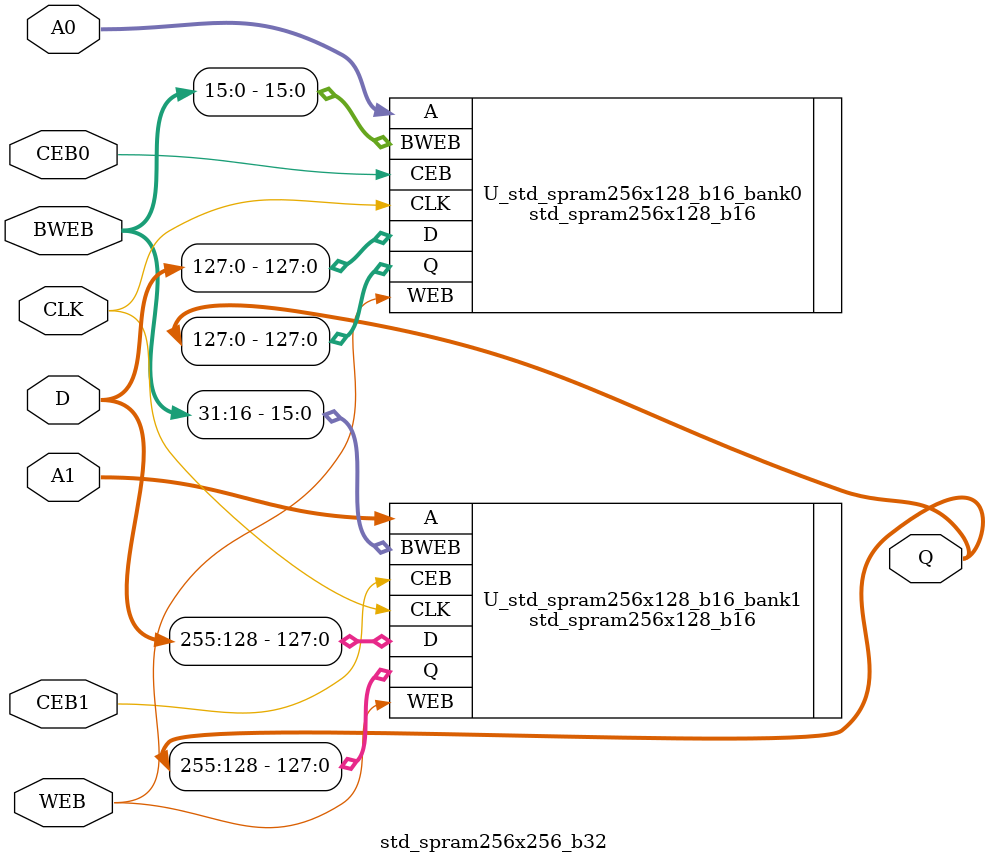
<source format=v>
module std_spram256x256_b32 (
	CLK,
	CEB0,
	CEB1,
	WEB,
	A0,
	A1,
	D,
	Q,
	BWEB
);
 parameter MAX_ADDR	= 255;
 parameter MEM_ADDR_WIDTH = 8; 
 parameter MEM_DATA_WIDTH = 256;
 parameter BITMASK_WIDTH = 32;

 input 				CLK;
 input 				CEB0;
 input 				CEB1;
 input 				WEB;
 input	[MEM_ADDR_WIDTH-1:0]	A0;
 input	[MEM_ADDR_WIDTH-1:0]	A1;
 input	[MEM_DATA_WIDTH-1:0]	D;
 output	[MEM_DATA_WIDTH-1:0]	Q;
 input	[BITMASK_WIDTH-1:0]	BWEB;
 
 std_spram256x128_b16 U_std_spram256x128_b16_bank0(
	.CLK (CLK ),
	.CEB (CEB0 ),
	.WEB (WEB ),
	.A   (A0   ),
	.D   (D[MEM_DATA_WIDTH/2-1:0]   ),
	.Q   (Q[MEM_DATA_WIDTH/2-1:0]   ),
	.BWEB(BWEB[BITMASK_WIDTH/2-1:0] )
);

std_spram256x128_b16 U_std_spram256x128_b16_bank1(
	.CLK    (CLK),
	.CEB    (CEB1),
	.WEB    (WEB),
	.A      (A1),
	.D      (D[MEM_DATA_WIDTH/2+:MEM_DATA_WIDTH/2]),
	.Q      (Q[MEM_DATA_WIDTH/2+:MEM_DATA_WIDTH/2]),
	.BWEB   (BWEB[BITMASK_WIDTH/2+:BITMASK_WIDTH/2] )
);

endmodule


</source>
